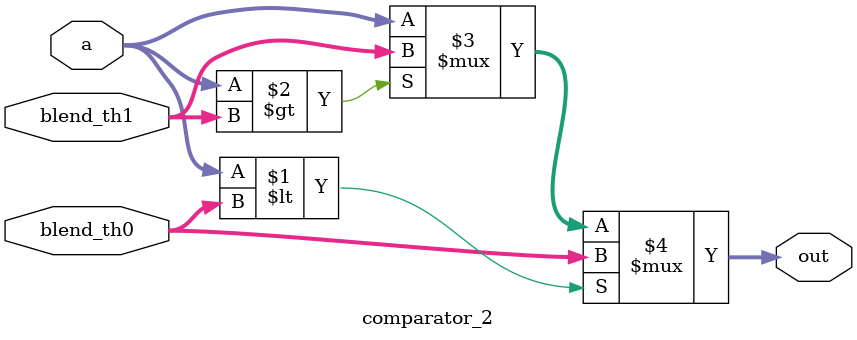
<source format=v>
`timescale 1ns / 1ps
module comparator_2
(
output [7:0] out,
input [7:0] a,blend_th0,blend_th1
    );
assign out = a < blend_th0 ? blend_th0: a> blend_th1 ? blend_th1 : a ;

endmodule

</source>
